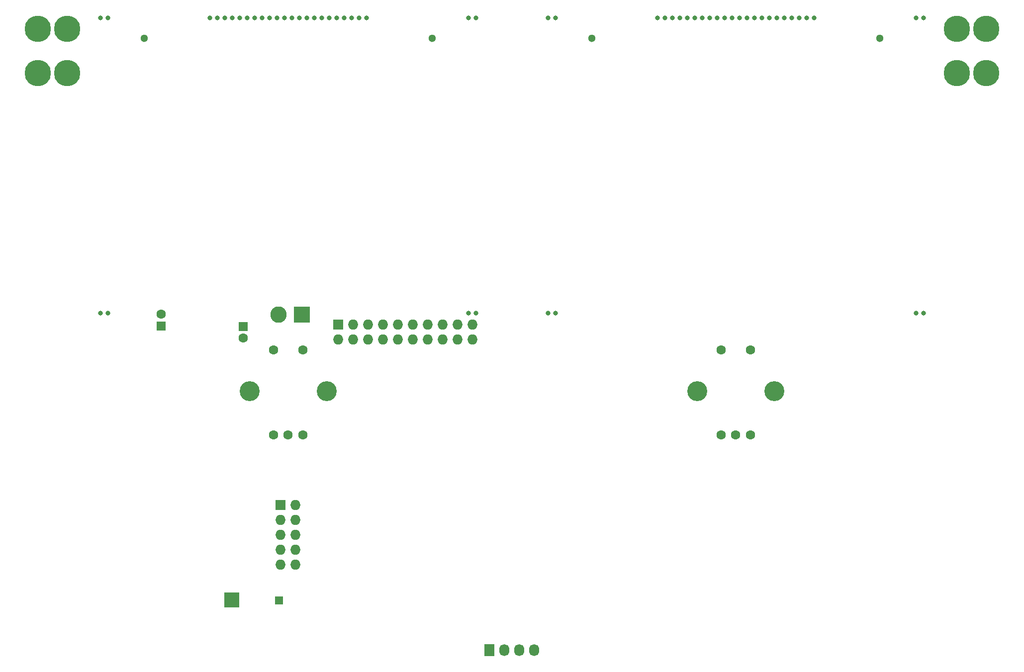
<source format=gbs>
G04 #@! TF.FileFunction,Soldermask,Bot*
%FSLAX46Y46*%
G04 Gerber Fmt 4.6, Leading zero omitted, Abs format (unit mm)*
G04 Created by KiCad (PCBNEW (2014-jul-16 BZR unknown)-product) date Qui 04 Dez 2014 17:46:42 BRST*
%MOMM*%
G01*
G04 APERTURE LIST*
%ADD10C,0.152400*%
%ADD11R,1.600000X1.600000*%
%ADD12C,1.600000*%
%ADD13C,4.500000*%
%ADD14C,3.400000*%
%ADD15C,0.800000*%
%ADD16C,1.300000*%
%ADD17R,1.727200X1.727200*%
%ADD18O,1.727200X1.727200*%
%ADD19R,2.794000X2.794000*%
%ADD20C,2.794000*%
%ADD21R,1.727200X2.032000*%
%ADD22O,1.727200X2.032000*%
%ADD23R,2.500000X2.500000*%
%ADD24R,1.400000X1.400000*%
G04 APERTURE END LIST*
D10*
D11*
X38800000Y-54680000D03*
D12*
X38800000Y-56680000D03*
D11*
X24900000Y-54600000D03*
D12*
X24900000Y-52600000D03*
D13*
X165360000Y-11500000D03*
X165360000Y-4000000D03*
X160360000Y-11500000D03*
X160360000Y-4000000D03*
X8840000Y-11500000D03*
X8840000Y-4000000D03*
X3840000Y-11500000D03*
X3840000Y-4000000D03*
D12*
X49000000Y-73170000D03*
X49000000Y-58670000D03*
X44000000Y-73170000D03*
X44000000Y-58670000D03*
X46500000Y-73170000D03*
D14*
X53100000Y-65670000D03*
X39900000Y-65670000D03*
D12*
X125200000Y-73170000D03*
X125200000Y-58670000D03*
X120200000Y-73170000D03*
X120200000Y-58670000D03*
X122700000Y-73170000D03*
D14*
X129300000Y-65670000D03*
X116100000Y-65670000D03*
D15*
X33165000Y-2150000D03*
X34435000Y-2150000D03*
X35705000Y-2150000D03*
X36975000Y-2150000D03*
X38245000Y-2150000D03*
X39515000Y-2150000D03*
X40785000Y-2150000D03*
X42055000Y-2150000D03*
X43325000Y-2150000D03*
X44595000Y-2150000D03*
X45865000Y-2150000D03*
X47135000Y-2150000D03*
X48405000Y-2150000D03*
X49675000Y-2150000D03*
X50945000Y-2150000D03*
X52215000Y-2150000D03*
X53485000Y-2150000D03*
X54755000Y-2150000D03*
X56025000Y-2150000D03*
X57295000Y-2150000D03*
X58565000Y-2150000D03*
X59835000Y-2150000D03*
X14525000Y-2150000D03*
X15775000Y-2150000D03*
X78475000Y-2150000D03*
X77225000Y-2150000D03*
X78475000Y-52450000D03*
X77225000Y-52450000D03*
X14525000Y-52450000D03*
X15775000Y-52450000D03*
D16*
X22000000Y-5600000D03*
X71000000Y-5600000D03*
D15*
X109365000Y-2150000D03*
X110635000Y-2150000D03*
X111905000Y-2150000D03*
X113175000Y-2150000D03*
X114445000Y-2150000D03*
X115715000Y-2150000D03*
X116985000Y-2150000D03*
X118255000Y-2150000D03*
X119525000Y-2150000D03*
X120795000Y-2150000D03*
X122065000Y-2150000D03*
X123335000Y-2150000D03*
X124605000Y-2150000D03*
X125875000Y-2150000D03*
X127145000Y-2150000D03*
X128415000Y-2150000D03*
X129685000Y-2150000D03*
X130955000Y-2150000D03*
X132225000Y-2150000D03*
X133495000Y-2150000D03*
X134765000Y-2150000D03*
X136035000Y-2150000D03*
X90725000Y-2150000D03*
X91975000Y-2150000D03*
X154675000Y-2150000D03*
X153425000Y-2150000D03*
X154675000Y-52450000D03*
X153425000Y-52450000D03*
X90725000Y-52450000D03*
X91975000Y-52450000D03*
D16*
X98200000Y-5600000D03*
X147200000Y-5600000D03*
D17*
X55045000Y-54330000D03*
D18*
X55045000Y-56870000D03*
X57585000Y-54330000D03*
X57585000Y-56870000D03*
X60125000Y-54330000D03*
X60125000Y-56870000D03*
X62665000Y-54330000D03*
X62665000Y-56870000D03*
X65205000Y-54330000D03*
X65205000Y-56870000D03*
X67745000Y-54330000D03*
X67745000Y-56870000D03*
X70285000Y-54330000D03*
X70285000Y-56870000D03*
X72825000Y-54330000D03*
X72825000Y-56870000D03*
X75365000Y-54330000D03*
X75365000Y-56870000D03*
X77905000Y-54330000D03*
X77905000Y-56870000D03*
D19*
X48801200Y-52650000D03*
D20*
X44838800Y-52650000D03*
D21*
X80790000Y-109800000D03*
D22*
X83330000Y-109800000D03*
X85870000Y-109800000D03*
X88410000Y-109800000D03*
D17*
X45230000Y-85095000D03*
D18*
X47770000Y-85095000D03*
X45230000Y-87635000D03*
X47770000Y-87635000D03*
X45230000Y-90175000D03*
X47770000Y-90175000D03*
X45230000Y-92715000D03*
X47770000Y-92715000D03*
X45230000Y-95255000D03*
X47770000Y-95255000D03*
D23*
X36900000Y-101300000D03*
D24*
X44930000Y-101320000D03*
M02*

</source>
